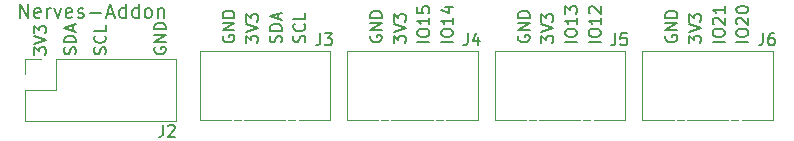
<source format=gto>
G04 #@! TF.GenerationSoftware,KiCad,Pcbnew,(5.1.2-1)-1*
G04 #@! TF.CreationDate,2019-08-29T12:58:10+09:00*
G04 #@! TF.ProjectId,NervesAddonBoard,4e657276-6573-4416-9464-6f6e426f6172,rev?*
G04 #@! TF.SameCoordinates,Original*
G04 #@! TF.FileFunction,Legend,Top*
G04 #@! TF.FilePolarity,Positive*
%FSLAX46Y46*%
G04 Gerber Fmt 4.6, Leading zero omitted, Abs format (unit mm)*
G04 Created by KiCad (PCBNEW (5.1.2-1)-1) date 2019-08-29 12:58:10*
%MOMM*%
%LPD*%
G04 APERTURE LIST*
%ADD10C,0.150000*%
%ADD11C,0.120000*%
G04 APERTURE END LIST*
D10*
X20785714Y-21642857D02*
X20785714Y-20442857D01*
X21471428Y-21642857D01*
X21471428Y-20442857D01*
X22500000Y-21585714D02*
X22385714Y-21642857D01*
X22157142Y-21642857D01*
X22042857Y-21585714D01*
X21985714Y-21471428D01*
X21985714Y-21014285D01*
X22042857Y-20900000D01*
X22157142Y-20842857D01*
X22385714Y-20842857D01*
X22500000Y-20900000D01*
X22557142Y-21014285D01*
X22557142Y-21128571D01*
X21985714Y-21242857D01*
X23071428Y-21642857D02*
X23071428Y-20842857D01*
X23071428Y-21071428D02*
X23128571Y-20957142D01*
X23185714Y-20900000D01*
X23300000Y-20842857D01*
X23414285Y-20842857D01*
X23700000Y-20842857D02*
X23985714Y-21642857D01*
X24271428Y-20842857D01*
X25185714Y-21585714D02*
X25071428Y-21642857D01*
X24842857Y-21642857D01*
X24728571Y-21585714D01*
X24671428Y-21471428D01*
X24671428Y-21014285D01*
X24728571Y-20900000D01*
X24842857Y-20842857D01*
X25071428Y-20842857D01*
X25185714Y-20900000D01*
X25242857Y-21014285D01*
X25242857Y-21128571D01*
X24671428Y-21242857D01*
X25700000Y-21585714D02*
X25814285Y-21642857D01*
X26042857Y-21642857D01*
X26157142Y-21585714D01*
X26214285Y-21471428D01*
X26214285Y-21414285D01*
X26157142Y-21300000D01*
X26042857Y-21242857D01*
X25871428Y-21242857D01*
X25757142Y-21185714D01*
X25700000Y-21071428D01*
X25700000Y-21014285D01*
X25757142Y-20900000D01*
X25871428Y-20842857D01*
X26042857Y-20842857D01*
X26157142Y-20900000D01*
X26728571Y-21185714D02*
X27642857Y-21185714D01*
X28157142Y-21300000D02*
X28728571Y-21300000D01*
X28042857Y-21642857D02*
X28442857Y-20442857D01*
X28842857Y-21642857D01*
X29757142Y-21642857D02*
X29757142Y-20442857D01*
X29757142Y-21585714D02*
X29642857Y-21642857D01*
X29414285Y-21642857D01*
X29300000Y-21585714D01*
X29242857Y-21528571D01*
X29185714Y-21414285D01*
X29185714Y-21071428D01*
X29242857Y-20957142D01*
X29300000Y-20900000D01*
X29414285Y-20842857D01*
X29642857Y-20842857D01*
X29757142Y-20900000D01*
X30842857Y-21642857D02*
X30842857Y-20442857D01*
X30842857Y-21585714D02*
X30728571Y-21642857D01*
X30500000Y-21642857D01*
X30385714Y-21585714D01*
X30328571Y-21528571D01*
X30271428Y-21414285D01*
X30271428Y-21071428D01*
X30328571Y-20957142D01*
X30385714Y-20900000D01*
X30500000Y-20842857D01*
X30728571Y-20842857D01*
X30842857Y-20900000D01*
X31585714Y-21642857D02*
X31471428Y-21585714D01*
X31414285Y-21528571D01*
X31357142Y-21414285D01*
X31357142Y-21071428D01*
X31414285Y-20957142D01*
X31471428Y-20900000D01*
X31585714Y-20842857D01*
X31757142Y-20842857D01*
X31871428Y-20900000D01*
X31928571Y-20957142D01*
X31985714Y-21071428D01*
X31985714Y-21414285D01*
X31928571Y-21528571D01*
X31871428Y-21585714D01*
X31757142Y-21642857D01*
X31585714Y-21642857D01*
X32500000Y-20842857D02*
X32500000Y-21642857D01*
X32500000Y-20957142D02*
X32557142Y-20900000D01*
X32671428Y-20842857D01*
X32842857Y-20842857D01*
X32957142Y-20900000D01*
X33014285Y-21014285D01*
X33014285Y-21642857D01*
X32200000Y-24140595D02*
X32152380Y-24235833D01*
X32152380Y-24378690D01*
X32200000Y-24521547D01*
X32295238Y-24616785D01*
X32390476Y-24664404D01*
X32580952Y-24712023D01*
X32723809Y-24712023D01*
X32914285Y-24664404D01*
X33009523Y-24616785D01*
X33104761Y-24521547D01*
X33152380Y-24378690D01*
X33152380Y-24283452D01*
X33104761Y-24140595D01*
X33057142Y-24092976D01*
X32723809Y-24092976D01*
X32723809Y-24283452D01*
X33152380Y-23664404D02*
X32152380Y-23664404D01*
X33152380Y-23092976D01*
X32152380Y-23092976D01*
X33152380Y-22616785D02*
X32152380Y-22616785D01*
X32152380Y-22378690D01*
X32200000Y-22235833D01*
X32295238Y-22140595D01*
X32390476Y-22092976D01*
X32580952Y-22045357D01*
X32723809Y-22045357D01*
X32914285Y-22092976D01*
X33009523Y-22140595D01*
X33104761Y-22235833D01*
X33152380Y-22378690D01*
X33152380Y-22616785D01*
X75500000Y-23140595D02*
X75452380Y-23235833D01*
X75452380Y-23378690D01*
X75500000Y-23521547D01*
X75595238Y-23616785D01*
X75690476Y-23664404D01*
X75880952Y-23712023D01*
X76023809Y-23712023D01*
X76214285Y-23664404D01*
X76309523Y-23616785D01*
X76404761Y-23521547D01*
X76452380Y-23378690D01*
X76452380Y-23283452D01*
X76404761Y-23140595D01*
X76357142Y-23092976D01*
X76023809Y-23092976D01*
X76023809Y-23283452D01*
X76452380Y-22664404D02*
X75452380Y-22664404D01*
X76452380Y-22092976D01*
X75452380Y-22092976D01*
X76452380Y-21616785D02*
X75452380Y-21616785D01*
X75452380Y-21378690D01*
X75500000Y-21235833D01*
X75595238Y-21140595D01*
X75690476Y-21092976D01*
X75880952Y-21045357D01*
X76023809Y-21045357D01*
X76214285Y-21092976D01*
X76309523Y-21140595D01*
X76404761Y-21235833D01*
X76452380Y-21378690D01*
X76452380Y-21616785D01*
X69952380Y-23664404D02*
X68952380Y-23664404D01*
X68952380Y-22997738D02*
X68952380Y-22807261D01*
X69000000Y-22712023D01*
X69095238Y-22616785D01*
X69285714Y-22569166D01*
X69619047Y-22569166D01*
X69809523Y-22616785D01*
X69904761Y-22712023D01*
X69952380Y-22807261D01*
X69952380Y-22997738D01*
X69904761Y-23092976D01*
X69809523Y-23188214D01*
X69619047Y-23235833D01*
X69285714Y-23235833D01*
X69095238Y-23188214D01*
X69000000Y-23092976D01*
X68952380Y-22997738D01*
X69952380Y-21616785D02*
X69952380Y-22188214D01*
X69952380Y-21902500D02*
X68952380Y-21902500D01*
X69095238Y-21997738D01*
X69190476Y-22092976D01*
X69238095Y-22188214D01*
X69047619Y-21235833D02*
X69000000Y-21188214D01*
X68952380Y-21092976D01*
X68952380Y-20854880D01*
X69000000Y-20759642D01*
X69047619Y-20712023D01*
X69142857Y-20664404D01*
X69238095Y-20664404D01*
X69380952Y-20712023D01*
X69952380Y-21283452D01*
X69952380Y-20664404D01*
X63000000Y-23140595D02*
X62952380Y-23235833D01*
X62952380Y-23378690D01*
X63000000Y-23521547D01*
X63095238Y-23616785D01*
X63190476Y-23664404D01*
X63380952Y-23712023D01*
X63523809Y-23712023D01*
X63714285Y-23664404D01*
X63809523Y-23616785D01*
X63904761Y-23521547D01*
X63952380Y-23378690D01*
X63952380Y-23283452D01*
X63904761Y-23140595D01*
X63857142Y-23092976D01*
X63523809Y-23092976D01*
X63523809Y-23283452D01*
X63952380Y-22664404D02*
X62952380Y-22664404D01*
X63952380Y-22092976D01*
X62952380Y-22092976D01*
X63952380Y-21616785D02*
X62952380Y-21616785D01*
X62952380Y-21378690D01*
X63000000Y-21235833D01*
X63095238Y-21140595D01*
X63190476Y-21092976D01*
X63380952Y-21045357D01*
X63523809Y-21045357D01*
X63714285Y-21092976D01*
X63809523Y-21140595D01*
X63904761Y-21235833D01*
X63952380Y-21378690D01*
X63952380Y-21616785D01*
X80452380Y-23664404D02*
X79452380Y-23664404D01*
X79452380Y-22997738D02*
X79452380Y-22807261D01*
X79500000Y-22712023D01*
X79595238Y-22616785D01*
X79785714Y-22569166D01*
X80119047Y-22569166D01*
X80309523Y-22616785D01*
X80404761Y-22712023D01*
X80452380Y-22807261D01*
X80452380Y-22997738D01*
X80404761Y-23092976D01*
X80309523Y-23188214D01*
X80119047Y-23235833D01*
X79785714Y-23235833D01*
X79595238Y-23188214D01*
X79500000Y-23092976D01*
X79452380Y-22997738D01*
X79547619Y-22188214D02*
X79500000Y-22140595D01*
X79452380Y-22045357D01*
X79452380Y-21807261D01*
X79500000Y-21712023D01*
X79547619Y-21664404D01*
X79642857Y-21616785D01*
X79738095Y-21616785D01*
X79880952Y-21664404D01*
X80452380Y-22235833D01*
X80452380Y-21616785D01*
X80452380Y-20664404D02*
X80452380Y-21235833D01*
X80452380Y-20950119D02*
X79452380Y-20950119D01*
X79595238Y-21045357D01*
X79690476Y-21140595D01*
X79738095Y-21235833D01*
X82452380Y-23664404D02*
X81452380Y-23664404D01*
X81452380Y-22997738D02*
X81452380Y-22807261D01*
X81500000Y-22712023D01*
X81595238Y-22616785D01*
X81785714Y-22569166D01*
X82119047Y-22569166D01*
X82309523Y-22616785D01*
X82404761Y-22712023D01*
X82452380Y-22807261D01*
X82452380Y-22997738D01*
X82404761Y-23092976D01*
X82309523Y-23188214D01*
X82119047Y-23235833D01*
X81785714Y-23235833D01*
X81595238Y-23188214D01*
X81500000Y-23092976D01*
X81452380Y-22997738D01*
X81547619Y-22188214D02*
X81500000Y-22140595D01*
X81452380Y-22045357D01*
X81452380Y-21807261D01*
X81500000Y-21712023D01*
X81547619Y-21664404D01*
X81642857Y-21616785D01*
X81738095Y-21616785D01*
X81880952Y-21664404D01*
X82452380Y-22235833D01*
X82452380Y-21616785D01*
X81452380Y-20997738D02*
X81452380Y-20902500D01*
X81500000Y-20807261D01*
X81547619Y-20759642D01*
X81642857Y-20712023D01*
X81833333Y-20664404D01*
X82071428Y-20664404D01*
X82261904Y-20712023D01*
X82357142Y-20759642D01*
X82404761Y-20807261D01*
X82452380Y-20902500D01*
X82452380Y-20997738D01*
X82404761Y-21092976D01*
X82357142Y-21140595D01*
X82261904Y-21188214D01*
X82071428Y-21235833D01*
X81833333Y-21235833D01*
X81642857Y-21188214D01*
X81547619Y-21140595D01*
X81500000Y-21092976D01*
X81452380Y-20997738D01*
X67952380Y-23664404D02*
X66952380Y-23664404D01*
X66952380Y-22997738D02*
X66952380Y-22807261D01*
X67000000Y-22712023D01*
X67095238Y-22616785D01*
X67285714Y-22569166D01*
X67619047Y-22569166D01*
X67809523Y-22616785D01*
X67904761Y-22712023D01*
X67952380Y-22807261D01*
X67952380Y-22997738D01*
X67904761Y-23092976D01*
X67809523Y-23188214D01*
X67619047Y-23235833D01*
X67285714Y-23235833D01*
X67095238Y-23188214D01*
X67000000Y-23092976D01*
X66952380Y-22997738D01*
X67952380Y-21616785D02*
X67952380Y-22188214D01*
X67952380Y-21902500D02*
X66952380Y-21902500D01*
X67095238Y-21997738D01*
X67190476Y-22092976D01*
X67238095Y-22188214D01*
X66952380Y-21283452D02*
X66952380Y-20664404D01*
X67333333Y-20997738D01*
X67333333Y-20854880D01*
X67380952Y-20759642D01*
X67428571Y-20712023D01*
X67523809Y-20664404D01*
X67761904Y-20664404D01*
X67857142Y-20712023D01*
X67904761Y-20759642D01*
X67952380Y-20854880D01*
X67952380Y-21140595D01*
X67904761Y-21235833D01*
X67857142Y-21283452D01*
X55452380Y-23664404D02*
X54452380Y-23664404D01*
X54452380Y-22997738D02*
X54452380Y-22807261D01*
X54500000Y-22712023D01*
X54595238Y-22616785D01*
X54785714Y-22569166D01*
X55119047Y-22569166D01*
X55309523Y-22616785D01*
X55404761Y-22712023D01*
X55452380Y-22807261D01*
X55452380Y-22997738D01*
X55404761Y-23092976D01*
X55309523Y-23188214D01*
X55119047Y-23235833D01*
X54785714Y-23235833D01*
X54595238Y-23188214D01*
X54500000Y-23092976D01*
X54452380Y-22997738D01*
X55452380Y-21616785D02*
X55452380Y-22188214D01*
X55452380Y-21902500D02*
X54452380Y-21902500D01*
X54595238Y-21997738D01*
X54690476Y-22092976D01*
X54738095Y-22188214D01*
X54452380Y-20712023D02*
X54452380Y-21188214D01*
X54928571Y-21235833D01*
X54880952Y-21188214D01*
X54833333Y-21092976D01*
X54833333Y-20854880D01*
X54880952Y-20759642D01*
X54928571Y-20712023D01*
X55023809Y-20664404D01*
X55261904Y-20664404D01*
X55357142Y-20712023D01*
X55404761Y-20759642D01*
X55452380Y-20854880D01*
X55452380Y-21092976D01*
X55404761Y-21188214D01*
X55357142Y-21235833D01*
X57452380Y-23664404D02*
X56452380Y-23664404D01*
X56452380Y-22997738D02*
X56452380Y-22807261D01*
X56500000Y-22712023D01*
X56595238Y-22616785D01*
X56785714Y-22569166D01*
X57119047Y-22569166D01*
X57309523Y-22616785D01*
X57404761Y-22712023D01*
X57452380Y-22807261D01*
X57452380Y-22997738D01*
X57404761Y-23092976D01*
X57309523Y-23188214D01*
X57119047Y-23235833D01*
X56785714Y-23235833D01*
X56595238Y-23188214D01*
X56500000Y-23092976D01*
X56452380Y-22997738D01*
X57452380Y-21616785D02*
X57452380Y-22188214D01*
X57452380Y-21902500D02*
X56452380Y-21902500D01*
X56595238Y-21997738D01*
X56690476Y-22092976D01*
X56738095Y-22188214D01*
X56785714Y-20759642D02*
X57452380Y-20759642D01*
X56404761Y-20997738D02*
X57119047Y-21235833D01*
X57119047Y-20616785D01*
X44904761Y-23712023D02*
X44952380Y-23569166D01*
X44952380Y-23331071D01*
X44904761Y-23235833D01*
X44857142Y-23188214D01*
X44761904Y-23140595D01*
X44666666Y-23140595D01*
X44571428Y-23188214D01*
X44523809Y-23235833D01*
X44476190Y-23331071D01*
X44428571Y-23521547D01*
X44380952Y-23616785D01*
X44333333Y-23664404D01*
X44238095Y-23712023D01*
X44142857Y-23712023D01*
X44047619Y-23664404D01*
X44000000Y-23616785D01*
X43952380Y-23521547D01*
X43952380Y-23283452D01*
X44000000Y-23140595D01*
X44857142Y-22140595D02*
X44904761Y-22188214D01*
X44952380Y-22331071D01*
X44952380Y-22426309D01*
X44904761Y-22569166D01*
X44809523Y-22664404D01*
X44714285Y-22712023D01*
X44523809Y-22759642D01*
X44380952Y-22759642D01*
X44190476Y-22712023D01*
X44095238Y-22664404D01*
X44000000Y-22569166D01*
X43952380Y-22426309D01*
X43952380Y-22331071D01*
X44000000Y-22188214D01*
X44047619Y-22140595D01*
X44952380Y-21235833D02*
X44952380Y-21712023D01*
X43952380Y-21712023D01*
X42904761Y-23712023D02*
X42952380Y-23569166D01*
X42952380Y-23331071D01*
X42904761Y-23235833D01*
X42857142Y-23188214D01*
X42761904Y-23140595D01*
X42666666Y-23140595D01*
X42571428Y-23188214D01*
X42523809Y-23235833D01*
X42476190Y-23331071D01*
X42428571Y-23521547D01*
X42380952Y-23616785D01*
X42333333Y-23664404D01*
X42238095Y-23712023D01*
X42142857Y-23712023D01*
X42047619Y-23664404D01*
X42000000Y-23616785D01*
X41952380Y-23521547D01*
X41952380Y-23283452D01*
X42000000Y-23140595D01*
X42952380Y-22712023D02*
X41952380Y-22712023D01*
X41952380Y-22473928D01*
X42000000Y-22331071D01*
X42095238Y-22235833D01*
X42190476Y-22188214D01*
X42380952Y-22140595D01*
X42523809Y-22140595D01*
X42714285Y-22188214D01*
X42809523Y-22235833D01*
X42904761Y-22331071D01*
X42952380Y-22473928D01*
X42952380Y-22712023D01*
X42666666Y-21759642D02*
X42666666Y-21283452D01*
X42952380Y-21854880D02*
X41952380Y-21521547D01*
X42952380Y-21188214D01*
X50500000Y-23140595D02*
X50452380Y-23235833D01*
X50452380Y-23378690D01*
X50500000Y-23521547D01*
X50595238Y-23616785D01*
X50690476Y-23664404D01*
X50880952Y-23712023D01*
X51023809Y-23712023D01*
X51214285Y-23664404D01*
X51309523Y-23616785D01*
X51404761Y-23521547D01*
X51452380Y-23378690D01*
X51452380Y-23283452D01*
X51404761Y-23140595D01*
X51357142Y-23092976D01*
X51023809Y-23092976D01*
X51023809Y-23283452D01*
X51452380Y-22664404D02*
X50452380Y-22664404D01*
X51452380Y-22092976D01*
X50452380Y-22092976D01*
X51452380Y-21616785D02*
X50452380Y-21616785D01*
X50452380Y-21378690D01*
X50500000Y-21235833D01*
X50595238Y-21140595D01*
X50690476Y-21092976D01*
X50880952Y-21045357D01*
X51023809Y-21045357D01*
X51214285Y-21092976D01*
X51309523Y-21140595D01*
X51404761Y-21235833D01*
X51452380Y-21378690D01*
X51452380Y-21616785D01*
X38000000Y-23140595D02*
X37952380Y-23235833D01*
X37952380Y-23378690D01*
X38000000Y-23521547D01*
X38095238Y-23616785D01*
X38190476Y-23664404D01*
X38380952Y-23712023D01*
X38523809Y-23712023D01*
X38714285Y-23664404D01*
X38809523Y-23616785D01*
X38904761Y-23521547D01*
X38952380Y-23378690D01*
X38952380Y-23283452D01*
X38904761Y-23140595D01*
X38857142Y-23092976D01*
X38523809Y-23092976D01*
X38523809Y-23283452D01*
X38952380Y-22664404D02*
X37952380Y-22664404D01*
X38952380Y-22092976D01*
X37952380Y-22092976D01*
X38952380Y-21616785D02*
X37952380Y-21616785D01*
X37952380Y-21378690D01*
X38000000Y-21235833D01*
X38095238Y-21140595D01*
X38190476Y-21092976D01*
X38380952Y-21045357D01*
X38523809Y-21045357D01*
X38714285Y-21092976D01*
X38809523Y-21140595D01*
X38904761Y-21235833D01*
X38952380Y-21378690D01*
X38952380Y-21616785D01*
X77452380Y-23759642D02*
X77452380Y-23140595D01*
X77833333Y-23473928D01*
X77833333Y-23331071D01*
X77880952Y-23235833D01*
X77928571Y-23188214D01*
X78023809Y-23140595D01*
X78261904Y-23140595D01*
X78357142Y-23188214D01*
X78404761Y-23235833D01*
X78452380Y-23331071D01*
X78452380Y-23616785D01*
X78404761Y-23712023D01*
X78357142Y-23759642D01*
X77452380Y-22854880D02*
X78452380Y-22521547D01*
X77452380Y-22188214D01*
X77452380Y-21950119D02*
X77452380Y-21331071D01*
X77833333Y-21664404D01*
X77833333Y-21521547D01*
X77880952Y-21426309D01*
X77928571Y-21378690D01*
X78023809Y-21331071D01*
X78261904Y-21331071D01*
X78357142Y-21378690D01*
X78404761Y-21426309D01*
X78452380Y-21521547D01*
X78452380Y-21807261D01*
X78404761Y-21902500D01*
X78357142Y-21950119D01*
X64952380Y-23759642D02*
X64952380Y-23140595D01*
X65333333Y-23473928D01*
X65333333Y-23331071D01*
X65380952Y-23235833D01*
X65428571Y-23188214D01*
X65523809Y-23140595D01*
X65761904Y-23140595D01*
X65857142Y-23188214D01*
X65904761Y-23235833D01*
X65952380Y-23331071D01*
X65952380Y-23616785D01*
X65904761Y-23712023D01*
X65857142Y-23759642D01*
X64952380Y-22854880D02*
X65952380Y-22521547D01*
X64952380Y-22188214D01*
X64952380Y-21950119D02*
X64952380Y-21331071D01*
X65333333Y-21664404D01*
X65333333Y-21521547D01*
X65380952Y-21426309D01*
X65428571Y-21378690D01*
X65523809Y-21331071D01*
X65761904Y-21331071D01*
X65857142Y-21378690D01*
X65904761Y-21426309D01*
X65952380Y-21521547D01*
X65952380Y-21807261D01*
X65904761Y-21902500D01*
X65857142Y-21950119D01*
X52452380Y-23759642D02*
X52452380Y-23140595D01*
X52833333Y-23473928D01*
X52833333Y-23331071D01*
X52880952Y-23235833D01*
X52928571Y-23188214D01*
X53023809Y-23140595D01*
X53261904Y-23140595D01*
X53357142Y-23188214D01*
X53404761Y-23235833D01*
X53452380Y-23331071D01*
X53452380Y-23616785D01*
X53404761Y-23712023D01*
X53357142Y-23759642D01*
X52452380Y-22854880D02*
X53452380Y-22521547D01*
X52452380Y-22188214D01*
X52452380Y-21950119D02*
X52452380Y-21331071D01*
X52833333Y-21664404D01*
X52833333Y-21521547D01*
X52880952Y-21426309D01*
X52928571Y-21378690D01*
X53023809Y-21331071D01*
X53261904Y-21331071D01*
X53357142Y-21378690D01*
X53404761Y-21426309D01*
X53452380Y-21521547D01*
X53452380Y-21807261D01*
X53404761Y-21902500D01*
X53357142Y-21950119D01*
X39952380Y-23759642D02*
X39952380Y-23140595D01*
X40333333Y-23473928D01*
X40333333Y-23331071D01*
X40380952Y-23235833D01*
X40428571Y-23188214D01*
X40523809Y-23140595D01*
X40761904Y-23140595D01*
X40857142Y-23188214D01*
X40904761Y-23235833D01*
X40952380Y-23331071D01*
X40952380Y-23616785D01*
X40904761Y-23712023D01*
X40857142Y-23759642D01*
X39952380Y-22854880D02*
X40952380Y-22521547D01*
X39952380Y-22188214D01*
X39952380Y-21950119D02*
X39952380Y-21331071D01*
X40333333Y-21664404D01*
X40333333Y-21521547D01*
X40380952Y-21426309D01*
X40428571Y-21378690D01*
X40523809Y-21331071D01*
X40761904Y-21331071D01*
X40857142Y-21378690D01*
X40904761Y-21426309D01*
X40952380Y-21521547D01*
X40952380Y-21807261D01*
X40904761Y-21902500D01*
X40857142Y-21950119D01*
X28024761Y-24712023D02*
X28072380Y-24569166D01*
X28072380Y-24331071D01*
X28024761Y-24235833D01*
X27977142Y-24188214D01*
X27881904Y-24140595D01*
X27786666Y-24140595D01*
X27691428Y-24188214D01*
X27643809Y-24235833D01*
X27596190Y-24331071D01*
X27548571Y-24521547D01*
X27500952Y-24616785D01*
X27453333Y-24664404D01*
X27358095Y-24712023D01*
X27262857Y-24712023D01*
X27167619Y-24664404D01*
X27120000Y-24616785D01*
X27072380Y-24521547D01*
X27072380Y-24283452D01*
X27120000Y-24140595D01*
X27977142Y-23140595D02*
X28024761Y-23188214D01*
X28072380Y-23331071D01*
X28072380Y-23426309D01*
X28024761Y-23569166D01*
X27929523Y-23664404D01*
X27834285Y-23712023D01*
X27643809Y-23759642D01*
X27500952Y-23759642D01*
X27310476Y-23712023D01*
X27215238Y-23664404D01*
X27120000Y-23569166D01*
X27072380Y-23426309D01*
X27072380Y-23331071D01*
X27120000Y-23188214D01*
X27167619Y-23140595D01*
X28072380Y-22235833D02*
X28072380Y-22712023D01*
X27072380Y-22712023D01*
X25484761Y-24712023D02*
X25532380Y-24569166D01*
X25532380Y-24331071D01*
X25484761Y-24235833D01*
X25437142Y-24188214D01*
X25341904Y-24140595D01*
X25246666Y-24140595D01*
X25151428Y-24188214D01*
X25103809Y-24235833D01*
X25056190Y-24331071D01*
X25008571Y-24521547D01*
X24960952Y-24616785D01*
X24913333Y-24664404D01*
X24818095Y-24712023D01*
X24722857Y-24712023D01*
X24627619Y-24664404D01*
X24580000Y-24616785D01*
X24532380Y-24521547D01*
X24532380Y-24283452D01*
X24580000Y-24140595D01*
X25532380Y-23712023D02*
X24532380Y-23712023D01*
X24532380Y-23473928D01*
X24580000Y-23331071D01*
X24675238Y-23235833D01*
X24770476Y-23188214D01*
X24960952Y-23140595D01*
X25103809Y-23140595D01*
X25294285Y-23188214D01*
X25389523Y-23235833D01*
X25484761Y-23331071D01*
X25532380Y-23473928D01*
X25532380Y-23712023D01*
X25246666Y-22759642D02*
X25246666Y-22283452D01*
X25532380Y-22854880D02*
X24532380Y-22521547D01*
X25532380Y-22188214D01*
X21992380Y-24759642D02*
X21992380Y-24140595D01*
X22373333Y-24473928D01*
X22373333Y-24331071D01*
X22420952Y-24235833D01*
X22468571Y-24188214D01*
X22563809Y-24140595D01*
X22801904Y-24140595D01*
X22897142Y-24188214D01*
X22944761Y-24235833D01*
X22992380Y-24331071D01*
X22992380Y-24616785D01*
X22944761Y-24712023D01*
X22897142Y-24759642D01*
X21992380Y-23854880D02*
X22992380Y-23521547D01*
X21992380Y-23188214D01*
X21992380Y-22950119D02*
X21992380Y-22331071D01*
X22373333Y-22664404D01*
X22373333Y-22521547D01*
X22420952Y-22426309D01*
X22468571Y-22378690D01*
X22563809Y-22331071D01*
X22801904Y-22331071D01*
X22897142Y-22378690D01*
X22944761Y-22426309D01*
X22992380Y-22521547D01*
X22992380Y-22807261D01*
X22944761Y-22902500D01*
X22897142Y-22950119D01*
D11*
X56900000Y-30300000D02*
X59550000Y-30300000D01*
X48500000Y-30300000D02*
X51150000Y-30300000D01*
X59550000Y-30300000D02*
X59550000Y-24450000D01*
X52250000Y-30300000D02*
X55750000Y-30300000D01*
X48500000Y-30300000D02*
X48500000Y-24450000D01*
X48500000Y-24450000D02*
X59550000Y-24450000D01*
X51400000Y-30300000D02*
X52000000Y-30300000D01*
X56000000Y-30300000D02*
X56600000Y-30300000D01*
X44400000Y-30300000D02*
X47050000Y-30300000D01*
X36000000Y-30300000D02*
X38650000Y-30300000D01*
X47050000Y-30300000D02*
X47050000Y-24450000D01*
X39750000Y-30300000D02*
X43250000Y-30300000D01*
X36000000Y-30300000D02*
X36000000Y-24450000D01*
X36000000Y-24450000D02*
X47050000Y-24450000D01*
X38900000Y-30300000D02*
X39500000Y-30300000D01*
X43500000Y-30300000D02*
X44100000Y-30300000D01*
X68500000Y-30300000D02*
X69100000Y-30300000D01*
X63900000Y-30300000D02*
X64500000Y-30300000D01*
X61000000Y-24450000D02*
X72050000Y-24450000D01*
X61000000Y-30300000D02*
X61000000Y-24450000D01*
X64750000Y-30300000D02*
X68250000Y-30300000D01*
X72050000Y-30300000D02*
X72050000Y-24450000D01*
X61000000Y-30300000D02*
X63650000Y-30300000D01*
X69400000Y-30300000D02*
X72050000Y-30300000D01*
X21210000Y-25140000D02*
X21210000Y-26410000D01*
X22540000Y-25140000D02*
X21210000Y-25140000D01*
X23810000Y-27740000D02*
X23810000Y-25140000D01*
X21210000Y-27740000D02*
X23810000Y-27740000D01*
X21210000Y-30340000D02*
X21210000Y-27740000D01*
X34030000Y-30340000D02*
X21210000Y-30340000D01*
X34030000Y-25140000D02*
X34030000Y-30340000D01*
X23810000Y-25140000D02*
X34030000Y-25140000D01*
X81000000Y-30300000D02*
X81600000Y-30300000D01*
X76400000Y-30300000D02*
X77000000Y-30300000D01*
X73500000Y-24450000D02*
X84550000Y-24450000D01*
X73500000Y-30300000D02*
X73500000Y-24450000D01*
X77250000Y-30300000D02*
X80750000Y-30300000D01*
X84550000Y-30300000D02*
X84550000Y-24450000D01*
X73500000Y-30300000D02*
X76150000Y-30300000D01*
X81900000Y-30300000D02*
X84550000Y-30300000D01*
D10*
X58712023Y-22952380D02*
X58712023Y-23666666D01*
X58664404Y-23809523D01*
X58569166Y-23904761D01*
X58426309Y-23952380D01*
X58331071Y-23952380D01*
X59616785Y-23285714D02*
X59616785Y-23952380D01*
X59378690Y-22904761D02*
X59140595Y-23619047D01*
X59759642Y-23619047D01*
X46212023Y-22952380D02*
X46212023Y-23666666D01*
X46164404Y-23809523D01*
X46069166Y-23904761D01*
X45926309Y-23952380D01*
X45831071Y-23952380D01*
X46592976Y-22952380D02*
X47212023Y-22952380D01*
X46878690Y-23333333D01*
X47021547Y-23333333D01*
X47116785Y-23380952D01*
X47164404Y-23428571D01*
X47212023Y-23523809D01*
X47212023Y-23761904D01*
X47164404Y-23857142D01*
X47116785Y-23904761D01*
X47021547Y-23952380D01*
X46735833Y-23952380D01*
X46640595Y-23904761D01*
X46592976Y-23857142D01*
X71212023Y-22952380D02*
X71212023Y-23666666D01*
X71164404Y-23809523D01*
X71069166Y-23904761D01*
X70926309Y-23952380D01*
X70831071Y-23952380D01*
X72164404Y-22952380D02*
X71688214Y-22952380D01*
X71640595Y-23428571D01*
X71688214Y-23380952D01*
X71783452Y-23333333D01*
X72021547Y-23333333D01*
X72116785Y-23380952D01*
X72164404Y-23428571D01*
X72212023Y-23523809D01*
X72212023Y-23761904D01*
X72164404Y-23857142D01*
X72116785Y-23904761D01*
X72021547Y-23952380D01*
X71783452Y-23952380D01*
X71688214Y-23904761D01*
X71640595Y-23857142D01*
X32916666Y-30702380D02*
X32916666Y-31416666D01*
X32869047Y-31559523D01*
X32773809Y-31654761D01*
X32630952Y-31702380D01*
X32535714Y-31702380D01*
X33345238Y-30797619D02*
X33392857Y-30750000D01*
X33488095Y-30702380D01*
X33726190Y-30702380D01*
X33821428Y-30750000D01*
X33869047Y-30797619D01*
X33916666Y-30892857D01*
X33916666Y-30988095D01*
X33869047Y-31130952D01*
X33297619Y-31702380D01*
X33916666Y-31702380D01*
X83712023Y-22952380D02*
X83712023Y-23666666D01*
X83664404Y-23809523D01*
X83569166Y-23904761D01*
X83426309Y-23952380D01*
X83331071Y-23952380D01*
X84616785Y-22952380D02*
X84426309Y-22952380D01*
X84331071Y-23000000D01*
X84283452Y-23047619D01*
X84188214Y-23190476D01*
X84140595Y-23380952D01*
X84140595Y-23761904D01*
X84188214Y-23857142D01*
X84235833Y-23904761D01*
X84331071Y-23952380D01*
X84521547Y-23952380D01*
X84616785Y-23904761D01*
X84664404Y-23857142D01*
X84712023Y-23761904D01*
X84712023Y-23523809D01*
X84664404Y-23428571D01*
X84616785Y-23380952D01*
X84521547Y-23333333D01*
X84331071Y-23333333D01*
X84235833Y-23380952D01*
X84188214Y-23428571D01*
X84140595Y-23523809D01*
M02*

</source>
